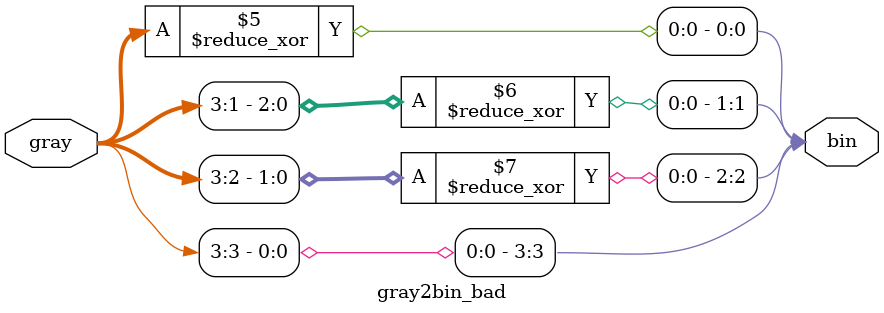
<source format=sv>

module gray2bin_bad 
    #(
        parameter SIZE = 4
    ) (
        input   logic   [SIZE-1:0]  gray, // Input grady code
        output  logic   [SIZE-1:0]  bin // Output binary code
    );

    // Syntax Error: Verilog and SystemVerilog do not permit part selects using a variable index range
    always_comb
        for (int i=0; i<SIZE; i++)
            bin[i] = ^(gray[SIZE-1:i]); //gray2bin_bad.sv(13): Range must be bounded by constant expressions.

endmodule

</source>
